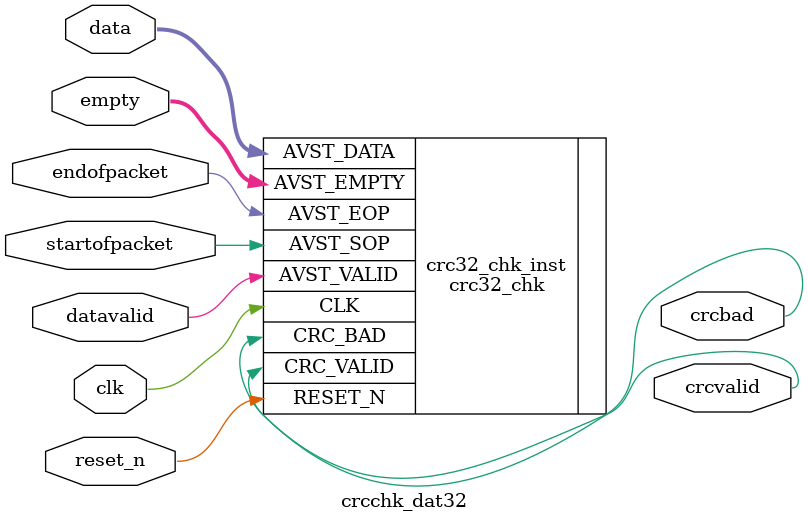
<source format=v>
module crcchk_dat32 (
	clk,
	data,
	datavalid,
	empty,
	endofpacket,
	reset_n,
	startofpacket,
	crcbad,
	crcvalid);


	input		clk;
	input	[31:0]	data;
	input		datavalid;
	input	[1:0]	empty;
	input		endofpacket;
	input		reset_n;
	input		startofpacket;
	output		crcbad;
	output		crcvalid;

	
crc32_chk #(
	.DATA_WIDTH (32),
	.EMPTY_WIDTH (2),
	.CRC_WIDTH	(32),
	.REVERSE_DATA (1),
	.CRC_OUT_LATENCY (0),
	.CRC_PIPELINE_MODE (1)
)

crc32_chk_inst (
	.CLK	(clk),
	.RESET_N (reset_n),
	
	.AVST_VALID (datavalid),
	.AVST_SOP (startofpacket),
	.AVST_DATA (data),
	.AVST_EOP (endofpacket),
	.AVST_EMPTY (empty),
	
	.CRC_VALID (crcvalid),
	.CRC_BAD (crcbad)		
);

endmodule
</source>
